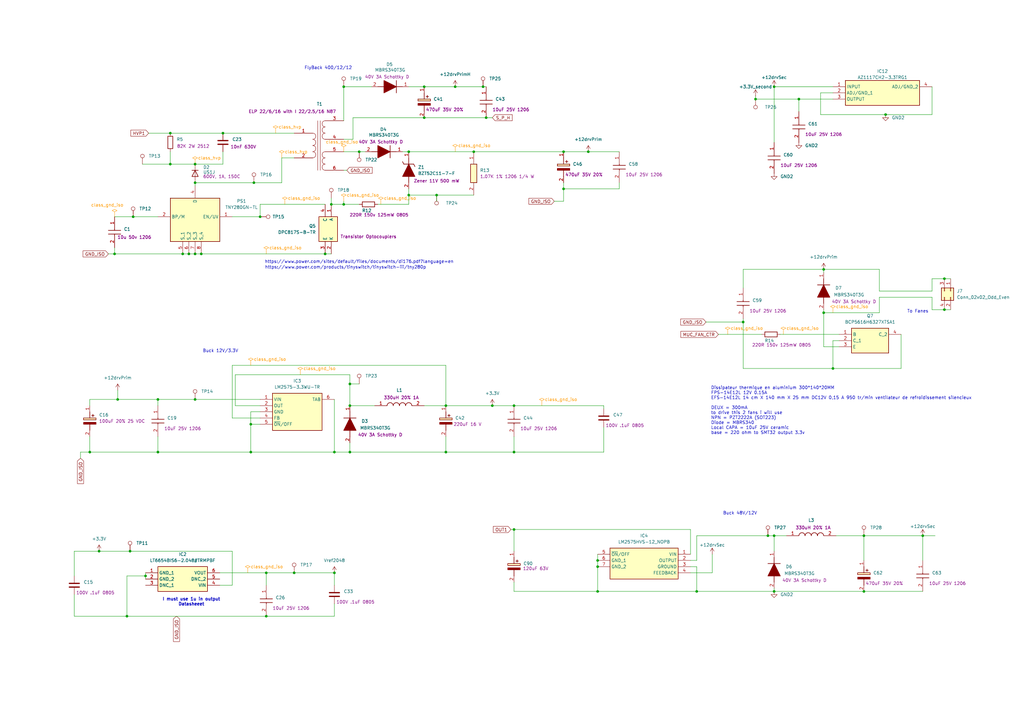
<source format=kicad_sch>
(kicad_sch (version 20250114) (generator "eeschema") (generator_version "9.0")
  (paper "A3")
  (text "Buck 12V/3.3V" (at 90.424 144.018 0) (effects (font (size 1.27 1.27))))
  (text "To Fanes\n" (at 376.428 127.762 0) (effects (font (size 1.27 1.27))))
  (text "Buck 48V/12V" (at 303.53 210.566 0) (effects (font (size 1.27 1.27))))
  (text "https://www.power.com/sites/default/files/documents/di176.pdf?language=en" (at 147.32 107.442 0) (effects (font (size 1.27 1.27))))
  (text "Dissipateur thermique en aluminium 300*140*20MM\nFPS-14E12L 12V 0.15A \nEFS-14E12L 14 cm X 140 mm X 25 mm DC12V 0,15 A 950 tr/min ventilateur de refroidissement silencieux\n\nDEUX = 300mA \nto drive this 2 fans i will use \nNPN = PZT2222A (SOT223)\nDiode = MBRS340\nLocal CAPA = 10uF 25V ceramic \nbase = 220 ohm to SMT32 output 3.3v " (at 291.592 168.402 0) (effects (font (size 1.27 1.27)) (justify left)))
  (text "I must use 1u in output\nDatasheeet\n" (at 78.486 246.888 0) (effects (font (size 1.27 1.27) (thickness 0.254) (bold yes))))
  (text "https://www.power.com/products/tinyswitch/tinyswitch-iii/tny280p" (at 141.732 109.728 0) (effects (font (size 1.27 1.27))))
  (text "FlyBack 400/12/12" (at 134.62 27.94 0) (effects (font (size 1.27 1.27))))
  (junction (at 102.87 173.99))
  (junction (at 109.22 234.95))
  (junction (at 80.01 104.14))
  (junction (at 54.61 88.9))
  (junction (at 173.99 35.56))
  (junction (at 378.46 219.71))
  (junction (at 137.16 185.42))
  (junction (at 387.35 127))
  (junction (at 82.55 104.14))
  (junction (at 231.14 62.23))
  (junction (at 40.64 226.06))
  (junction (at 314.96 219.71))
  (junction (at 245.11 232.41))
  (junction (at 69.85 67.31))
  (junction (at 133.35 104.14))
  (junction (at 317.5 35.56))
  (junction (at 106.68 88.9))
  (junction (at 341.63 151.13))
  (junction (at 210.82 185.42))
  (junction (at 48.26 163.83))
  (junction (at 135.89 83.82))
  (junction (at 317.5 219.71))
  (junction (at 186.69 35.56))
  (junction (at 147.32 62.23))
  (junction (at 59.69 236.22))
  (junction (at 363.22 46.99))
  (junction (at 245.11 242.57))
  (junction (at 143.51 166.37))
  (junction (at 210.82 166.37))
  (junction (at 167.64 80.01))
  (junction (at 241.3 62.23))
  (junction (at 80.01 74.93))
  (junction (at 80.01 163.83))
  (junction (at 194.31 62.23))
  (junction (at 179.07 80.01))
  (junction (at 199.39 48.26))
  (junction (at 143.51 185.42))
  (junction (at 337.82 110.49))
  (junction (at 182.88 185.42))
  (junction (at 77.47 104.14))
  (junction (at 137.16 234.95))
  (junction (at 210.82 217.17))
  (junction (at 52.07 252.73))
  (junction (at 104.14 74.93))
  (junction (at 201.93 166.37))
  (junction (at 354.33 219.71))
  (junction (at 91.44 54.61))
  (junction (at 387.35 114.3))
  (junction (at 317.5 242.57))
  (junction (at 102.87 185.42))
  (junction (at 74.93 104.14))
  (junction (at 231.14 77.47))
  (junction (at 327.66 40.64))
  (junction (at 182.88 166.37))
  (junction (at 64.77 163.83))
  (junction (at 80.01 67.31))
  (junction (at 109.22 252.73))
  (junction (at 167.64 62.23))
  (junction (at 120.65 234.95))
  (junction (at 198.12 35.56))
  (junction (at 245.11 229.87))
  (junction (at 337.82 128.27))
  (junction (at 46.99 104.14))
  (junction (at 309.88 40.64))
  (junction (at 36.83 185.42))
  (junction (at 143.51 157.48))
  (junction (at 140.97 35.56))
  (junction (at 304.8 132.08))
  (junction (at 173.99 48.26))
  (junction (at 53.34 226.06))
  (junction (at 64.77 185.42))
  (junction (at 285.75 242.57))
  (junction (at 69.85 54.61))
  (junction (at 354.33 242.57))
  (junction (at 140.97 83.82))
  (wire (pts (xy 317.5 219.71) (xy 317.5 226.06)))
  (wire (pts (xy 147.32 62.23) (xy 149.86 62.23)))
  (wire (pts (xy 167.64 80.01) (xy 167.64 77.47)))
  (wire (pts (xy 304.8 132.08) (xy 289.56 132.08)))
  (wire (pts (xy 59.69 236.22) (xy 59.69 237.49)))
  (wire (pts (xy 254 77.47) (xy 231.14 77.47)))
  (wire (pts (xy 64.77 185.42) (xy 64.77 179.07)))
  (wire (pts (xy 102.87 168.91) (xy 106.68 168.91)))
  (wire (pts (xy 209.55 217.17) (xy 210.82 217.17)))
  (wire (pts (xy 30.48 243.84) (xy 30.48 252.73)))
  (wire (pts (xy 91.44 62.23) (xy 91.44 67.31)))
  (wire (pts (xy 36.83 163.83) (xy 48.26 163.83)))
  (wire (pts (xy 96.52 153.67) (xy 143.51 153.67)))
  (wire (pts (xy 179.07 80.01) (xy 167.64 80.01)))
  (wire (pts (xy 64.77 163.83) (xy 64.77 166.37)))
  (wire (pts (xy 91.44 54.61) (xy 120.65 54.61)))
  (wire (pts (xy 304.8 130.81) (xy 304.8 132.08)))
  (wire (pts (xy 30.48 226.06) (xy 30.48 236.22)))
  (wire (pts (xy 389.89 114.3) (xy 387.35 114.3)))
  (wire (pts (xy 179.07 80.01) (xy 194.31 80.01)))
  (wire (pts (xy 210.82 185.42) (xy 210.82 179.07)))
  (wire (pts (xy 285.75 229.87) (xy 283.21 229.87)))
  (wire (pts (xy 60.96 54.61) (xy 69.85 54.61)))
  (wire (pts (xy 144.78 57.15) (xy 144.78 48.26)))
  (wire (pts (xy 360.68 121.92) (xy 382.27 121.92)))
  (wire (pts (xy 95.25 240.03) (xy 95.25 226.06)))
  (wire (pts (xy 382.27 121.92) (xy 382.27 127)))
  (wire (pts (xy 382.27 127) (xy 387.35 127)))
  (wire (pts (xy 143.51 181.61) (xy 143.51 185.42)))
  (wire (pts (xy 317.5 242.57) (xy 354.33 242.57)))
  (wire (pts (xy 210.82 166.37) (xy 247.65 166.37)))
  (wire (pts (xy 254 74.93) (xy 254 77.47)))
  (wire (pts (xy 210.82 217.17) (xy 283.21 217.17)))
  (wire (pts (xy 140.97 35.56) (xy 152.4 35.56)))
  (wire (pts (xy 154.94 83.82) (xy 167.64 83.82)))
  (wire (pts (xy 354.33 242.57) (xy 378.46 242.57)))
  (wire (pts (xy 285.75 232.41) (xy 285.75 242.57)))
  (wire (pts (xy 245.11 232.41) (xy 245.11 242.57)))
  (wire (pts (xy 102.87 173.99) (xy 102.87 185.42)))
  (wire (pts (xy 36.83 185.42) (xy 64.77 185.42)))
  (wire (pts (xy 90.17 240.03) (xy 95.25 240.03)))
  (wire (pts (xy 133.35 104.14) (xy 135.89 104.14)))
  (wire (pts (xy 179.07 82.55) (xy 179.07 80.01)))
  (wire (pts (xy 336.55 38.1) (xy 341.63 38.1)))
  (wire (pts (xy 106.68 83.82) (xy 106.68 88.9)))
  (wire (pts (xy 231.14 62.23) (xy 241.3 62.23)))
  (wire (pts (xy 304.8 110.49) (xy 304.8 118.11)))
  (wire (pts (xy 285.75 229.87) (xy 285.75 219.71)))
  (wire (pts (xy 64.77 88.9) (xy 54.61 88.9)))
  (wire (pts (xy 304.8 151.13) (xy 341.63 151.13)))
  (wire (pts (xy 143.51 153.67) (xy 143.51 157.48)))
  (wire (pts (xy 135.89 83.82) (xy 140.97 83.82)))
  (wire (pts (xy 210.82 185.42) (xy 247.65 185.42)))
  (wire (pts (xy 52.07 252.73) (xy 109.22 252.73)))
  (wire (pts (xy 167.64 80.01) (xy 167.64 83.82)))
  (wire (pts (xy 46.99 101.6) (xy 46.99 104.14)))
  (wire (pts (xy 304.8 110.49) (xy 337.82 110.49)))
  (wire (pts (xy 115.57 64.77) (xy 120.65 64.77)))
  (wire (pts (xy 80.01 74.93) (xy 80.01 76.2)))
  (wire (pts (xy 182.88 185.42) (xy 182.88 179.07)))
  (wire (pts (xy 283.21 217.17) (xy 283.21 227.33)))
  (wire (pts (xy 231.14 82.55) (xy 231.14 77.47)))
  (wire (pts (xy 95.25 171.45) (xy 106.68 171.45)))
  (wire (pts (xy 106.68 166.37) (xy 96.52 166.37)))
  (wire (pts (xy 341.63 151.13) (xy 369.57 151.13)))
  (wire (pts (xy 33.02 185.42) (xy 36.83 185.42)))
  (wire (pts (xy 69.85 67.31) (xy 69.85 62.23)))
  (wire (pts (xy 360.68 128.27) (xy 360.68 121.92)))
  (wire (pts (xy 245.11 229.87) (xy 245.11 232.41)))
  (wire (pts (xy 283.21 234.95) (xy 292.1 234.95)))
  (wire (pts (xy 96.52 166.37) (xy 96.52 153.67)))
  (wire (pts (xy 309.88 40.64) (xy 327.66 40.64)))
  (wire (pts (xy 360.68 119.38) (xy 382.27 119.38)))
  (wire (pts (xy 337.82 142.24) (xy 344.17 142.24)))
  (wire (pts (xy 69.85 67.31) (xy 80.01 67.31)))
  (wire (pts (xy 74.93 104.14) (xy 77.47 104.14)))
  (wire (pts (xy 167.64 35.56) (xy 173.99 35.56)))
  (wire (pts (xy 317.5 35.56) (xy 317.5 58.42)))
  (wire (pts (xy 342.9 219.71) (xy 354.33 219.71)))
  (wire (pts (xy 360.68 110.49) (xy 360.68 119.38)))
  (wire (pts (xy 77.47 104.14) (xy 80.01 104.14)))
  (wire (pts (xy 173.99 48.26) (xy 199.39 48.26)))
  (wire (pts (xy 294.64 137.16) (xy 312.42 137.16)))
  (wire (pts (xy 106.68 83.82) (xy 133.35 83.82)))
  (wire (pts (xy 48.26 160.02) (xy 48.26 163.83)))
  (wire (pts (xy 109.22 234.95) (xy 120.65 234.95)))
  (wire (pts (xy 64.77 185.42) (xy 102.87 185.42)))
  (wire (pts (xy 247.65 167.64) (xy 247.65 166.37)))
  (wire (pts (xy 186.69 35.56) (xy 198.12 35.56)))
  (wire (pts (xy 140.97 35.56) (xy 140.97 49.53)))
  (wire (pts (xy 378.46 219.71) (xy 378.46 229.87)))
  (wire (pts (xy 354.33 219.71) (xy 354.33 229.87)))
  (wire (pts (xy 201.93 166.37) (xy 210.82 166.37)))
  (wire (pts (xy 104.14 74.93) (xy 115.57 74.93)))
  (wire (pts (xy 140.97 57.15) (xy 144.78 57.15)))
  (wire (pts (xy 115.57 64.77) (xy 115.57 74.93)))
  (wire (pts (xy 137.16 185.42) (xy 143.51 185.42)))
  (wire (pts (xy 140.97 82.55) (xy 140.97 83.82)))
  (wire (pts (xy 182.88 149.86) (xy 182.88 166.37)))
  (wire (pts (xy 337.82 128.27) (xy 337.82 142.24)))
  (wire (pts (xy 182.88 185.42) (xy 210.82 185.42)))
  (wire (pts (xy 143.51 157.48) (xy 143.51 166.37)))
  (wire (pts (xy 102.87 185.42) (xy 137.16 185.42)))
  (wire (pts (xy 142.24 69.85) (xy 140.97 69.85)))
  (wire (pts (xy 137.16 163.83) (xy 137.16 185.42)))
  (wire (pts (xy 241.3 62.23) (xy 254 62.23)))
  (wire (pts (xy 54.61 88.9) (xy 46.99 88.9)))
  (wire (pts (xy 102.87 168.91) (xy 102.87 173.99)))
  (wire (pts (xy 95.25 149.86) (xy 182.88 149.86)))
  (wire (pts (xy 363.22 46.99) (xy 336.55 46.99)))
  (wire (pts (xy 314.96 219.71) (xy 317.5 219.71)))
  (wire (pts (xy 320.04 137.16) (xy 344.17 137.16)))
  (wire (pts (xy 36.83 185.42) (xy 36.83 179.07)))
  (wire (pts (xy 317.5 35.56) (xy 341.63 35.56)))
  (wire (pts (xy 245.11 242.57) (xy 285.75 242.57)))
  (wire (pts (xy 317.5 219.71) (xy 322.58 219.71)))
  (wire (pts (xy 90.17 234.95) (xy 109.22 234.95)))
  (wire (pts (xy 337.82 110.49) (xy 360.68 110.49)))
  (wire (pts (xy 382.27 114.3) (xy 382.27 119.38)))
  (wire (pts (xy 53.34 226.06) (xy 95.25 226.06)))
  (wire (pts (xy 143.51 157.48) (xy 147.32 157.48)))
  (wire (pts (xy 165.1 62.23) (xy 167.64 62.23)))
  (wire (pts (xy 285.75 219.71) (xy 314.96 219.71)))
  (wire (pts (xy 247.65 175.26) (xy 247.65 185.42)))
  (wire (pts (xy 58.42 67.31) (xy 69.85 67.31)))
  (wire (pts (xy 337.82 110.49) (xy 337.82 111.76)))
  (wire (pts (xy 80.01 67.31) (xy 91.44 67.31)))
  (wire (pts (xy 30.48 226.06) (xy 40.64 226.06)))
  (wire (pts (xy 317.5 241.3) (xy 317.5 242.57)))
  (wire (pts (xy 69.85 54.61) (xy 91.44 54.61)))
  (wire (pts (xy 198.12 35.56) (xy 199.39 35.56)))
  (wire (pts (xy 231.14 77.47) (xy 231.14 74.93)))
  (wire (pts (xy 369.57 137.16) (xy 369.57 151.13)))
  (wire (pts (xy 120.65 234.95) (xy 137.16 234.95)))
  (wire (pts (xy 327.66 40.64) (xy 327.66 45.72)))
  (wire (pts (xy 135.89 81.28) (xy 135.89 83.82)))
  (wire (pts (xy 52.07 236.22) (xy 52.07 252.73)))
  (wire (pts (xy 173.99 166.37) (xy 182.88 166.37)))
  (wire (pts (xy 80.01 74.93) (xy 104.14 74.93)))
  (wire (pts (xy 327.66 40.64) (xy 341.63 40.64)))
  (wire (pts (xy 210.82 217.17) (xy 210.82 226.06)))
  (wire (pts (xy 378.46 219.71) (xy 383.54 219.71)))
  (wire (pts (xy 285.75 242.57) (xy 317.5 242.57)))
  (wire (pts (xy 382.27 35.56) (xy 382.27 46.99)))
  (wire (pts (xy 245.11 227.33) (xy 245.11 229.87)))
  (wire (pts (xy 82.55 104.14) (xy 133.35 104.14)))
  (wire (pts (xy 227.33 82.55) (xy 231.14 82.55)))
  (wire (pts (xy 341.63 139.7) (xy 341.63 151.13)))
  (wire (pts (xy 109.22 252.73) (xy 137.16 252.73)))
  (wire (pts (xy 137.16 247.65) (xy 137.16 252.73)))
  (wire (pts (xy 292.1 227.33) (xy 292.1 234.95)))
  (wire (pts (xy 140.97 83.82) (xy 147.32 83.82)))
  (wire (pts (xy 336.55 46.99) (xy 336.55 38.1)))
  (wire (pts (xy 387.35 114.3) (xy 382.27 114.3)))
  (wire (pts (xy 337.82 127) (xy 337.82 128.27)))
  (wire (pts (xy 109.22 234.95) (xy 109.22 240.03)))
  (wire (pts (xy 80.01 163.83) (xy 64.77 163.83)))
  (wire (pts (xy 36.83 163.83) (xy 36.83 166.37)))
  (wire (pts (xy 33.02 187.96) (xy 33.02 185.42)))
  (wire (pts (xy 48.26 163.83) (xy 64.77 163.83)))
  (wire (pts (xy 106.68 163.83) (xy 80.01 163.83)))
  (wire (pts (xy 44.45 104.14) (xy 46.99 104.14)))
  (wire (pts (xy 210.82 242.57) (xy 245.11 242.57)))
  (wire (pts (xy 80.01 104.14) (xy 82.55 104.14)))
  (wire (pts (xy 30.48 252.73) (xy 52.07 252.73)))
  (wire (pts (xy 173.99 35.56) (xy 186.69 35.56)))
  (wire (pts (xy 106.68 88.9) (xy 95.25 88.9)))
  (wire (pts (xy 354.33 219.71) (xy 378.46 219.71)))
  (wire (pts (xy 210.82 238.76) (xy 210.82 242.57)))
  (wire (pts (xy 144.78 48.26) (xy 173.99 48.26)))
  (wire (pts (xy 283.21 232.41) (xy 285.75 232.41)))
  (wire (pts (xy 182.88 166.37) (xy 201.93 166.37)))
  (wire (pts (xy 95.25 149.86) (xy 95.25 171.45)))
  (wire (pts (xy 304.8 132.08) (xy 304.8 151.13)))
  (wire (pts (xy 46.99 104.14) (xy 74.93 104.14)))
  (wire (pts (xy 309.88 40.64) (xy 309.88 39.37)))
  (wire (pts (xy 143.51 166.37) (xy 153.67 166.37)))
  (wire (pts (xy 341.63 139.7) (xy 344.17 139.7)))
  (wire (pts (xy 194.31 62.23) (xy 231.14 62.23)))
  (wire (pts (xy 382.27 46.99) (xy 363.22 46.99)))
  (wire (pts (xy 59.69 236.22) (xy 52.07 236.22)))
  (wire (pts (xy 199.39 48.26) (xy 201.93 48.26)))
  (wire (pts (xy 137.16 234.95) (xy 137.16 240.03)))
  (wire (pts (xy 337.82 128.27) (xy 360.68 128.27)))
  (wire (pts (xy 387.35 127) (xy 389.89 127)))
  (wire (pts (xy 59.69 234.95) (xy 59.69 236.22)))
  (wire (pts (xy 102.87 173.99) (xy 106.68 173.99)))
  (wire (pts (xy 40.64 226.06) (xy 53.34 226.06)))
  (wire (pts (xy 140.97 62.23) (xy 147.32 62.23)))
  (wire (pts (xy 167.64 62.23) (xy 194.31 62.23)))
  (wire (pts (xy 143.51 185.42) (xy 182.88 185.42)))
  (global_label "OUT1" (shape input) (at 209.55 217.17 180) (property "Intersheetrefs" "${INTERSHEET_REFS}" (effects (hide yes))))
  (global_label "HVP1" (shape input) (at 60.96 54.61 180) (property "Intersheetrefs" "${INTERSHEET_REFS}" (effects (hide yes))))
  (global_label "MUC_FAN_CTR" (shape input) (at 294.64 137.16 180) (property "Intersheetrefs" "${INTERSHEET_REFS}" (effects (hide yes))))
  (global_label "GND_ISO" (shape input) (at 289.56 132.08 180) (property "Intersheetrefs" "${INTERSHEET_REFS}" (effects (hide yes))))
  (global_label "GND_ISO" (shape input) (at 33.02 187.96 270) (property "Intersheetrefs" "${INTERSHEET_REFS}" (effects (hide yes))))
  (global_label "GND_ISO" (shape input) (at 227.33 82.55 180) (property "Intersheetrefs" "${INTERSHEET_REFS}" (effects (hide yes))))
  (global_label "GND_ISO" (shape input) (at 72.39 252.73 270) (property "Intersheetrefs" "${INTERSHEET_REFS}" (effects (hide yes))))
  (global_label "S_P_H" (shape input) (at 201.93 48.26 0) (property "Intersheetrefs" "${INTERSHEET_REFS}" (effects (hide yes))))
  (global_label "GND_ISO" (shape input) (at 44.45 104.14 180) (property "Intersheetrefs" "${INTERSHEET_REFS}" (effects (hide yes))))
  (global_label "GND_ISO" (shape input) (at 142.24 69.85 0) (property "Intersheetrefs" "${INTERSHEET_REFS}" (effects (hide yes))))
  (netclass_flag "" (length 2.54) (shape diamond) (at 109.22 104.14 0) (property "Netclass" "class_gnd_iso" (at 110.4265 101.6 0) (effects (justify left))))
  (netclass_flag "" (length 2.54) (shape diamond) (at 298.45 137.16 0) (property "Netclass" "class_gnd_iso" (at 299.6565 134.62 0) (effects (justify left))))
  (netclass_flag "" (length 2.54) (shape diamond) (at 113.03 54.61 0) (property "Netclass" "class_hvp" (at 114.2365 52.07 0) (effects (justify left))))
  (netclass_flag "" (length 2.54) (shape diamond) (at 123.19 153.67 0) (property "Netclass" "class_gnd_iso" (at 124.3965 151.13 0) (effects (justify left))))
  (netclass_flag "" (length 2.54) (shape diamond) (at 102.87 149.86 0) (property "Netclass" "class_gnd_iso" (at 104.0765 147.32 0) (effects (justify left))))
  (netclass_flag "" (length 2.54) (shape diamond) (at 222.25 166.37 0) (property "Netclass" "class_gnd_iso" (at 223.4565 163.83 0) (effects (justify left))))
  (netclass_flag "" (length 2.54) (shape diamond) (at 140.97 82.55 0) (property "Netclass" "class_gnd_iso" (at 142.1765 80.01 0) (effects (justify left))))
  (netclass_flag "" (length 2.54) (shape diamond) (at 80.01 67.31 0) (property "Netclass" "class_hvp" (at 81.2165 64.77 0) (effects (justify left))))
  (netclass_flag "" (length 2.54) (shape diamond) (at 156.21 83.82 0) (property "Netclass" "class_gnd_iso" (at 157.4165 81.28 0) (effects (justify left))))
  (netclass_flag "" (length 2.54) (shape diamond) (at 341.63 128.27 0) (property "Netclass" "class_gnd_iso" (at 342.8365 125.73 0) (effects (justify left))))
  (netclass_flag "" (length 2.54) (shape diamond) (at 321.31 137.16 0) (property "Netclass" "class_gnd_iso" (at 322.5165 134.62 0) (effects (justify left))))
  (netclass_flag "" (length 2.54) (shape diamond) (at 101.6 234.95 0) (property "Netclass" "class_gnd_iso" (at 102.8065 232.41 0) (effects (justify left))))
  (netclass_flag "" (length 2.54) (shape diamond) (at 46.99 88.9 0) (property "Netclass" "class_gnd_iso" (at 37.338 84.074 0) (effects (justify left))))
  (netclass_flag "" (length 2.54) (shape diamond) (at 186.69 62.23 0) (property "Netclass" "class_gnd_iso" (at 187.8965 59.69 0) (effects (justify left))))
  (netclass_flag "" (length 2.54) (shape diamond) (at 116.84 83.82 0) (property "Netclass" "class_gnd_iso" (at 118.0465 81.28 0) (effects (justify left))))
  (netclass_flag "" (length 2.54) (shape diamond) (at 140.97 62.23 0) (property "Netclass" "class_gnd_iso" (at 133.604 58.166 0) (effects (justify left))))
  (netclass_flag "" (length 2.54) (shape diamond) (at 115.57 64.77 0) (property "Netclass" "class_hvp" (at 116.7765 62.23 0) (effects (justify left))))
  (symbol (lib_id "GRM31CR71E106KA12K:GRM31CR71E106KA12K") (at 109.22 240.03 270) (unit 1)
    (property "Reference" "C26" (at 113.03 245.1099 90) (effects (justify left)))
    (property "Value" "GRM31CR71E106KA12K" (effects (hide yes)))
    (property "Footprint" "GRM31CR71E106KA12K:GRM31x" (effects (hide yes)))
    (property "Datasheet" "https://search.murata.co.jp/Ceramy/image/img/A01X/G101/ENG/GRM31CR71E106KA12-01CA.pdf" (effects (hide yes)))
    (property "Description" "10uF 25V 1206" (at 119.38 249.428 90))
    (property "Height" "1.25" (effects (hide yes)))
    (property "Mouser Part Number" "81-GRM31CR71E106KA2K" (effects (hide yes)))
    (property "Mouser Price/Stock" "https://www.mouser.co.uk/ProductDetail/Murata-Electronics/GRM31CR71E106KA12K?qs=raY79WRVTyM6xGVExNjdaw%3D%3D" (effects (hide yes)))
    (property "Manufacturer_Name" "Murata Electronics" (effects (hide yes)))
    (property "Manufacturer_Part_Number" "GRM31CR71E106KA12K" (effects (hide yes)))
  )
  (symbol (lib_id "power:GND2") (at 317.5 242.57 0) (unit 1)
    (property "Reference" "#PWR030" (effects (hide yes)))
    (property "Value" "GND2" (at 320.04 243.8399 0) (effects (justify left)))
    (property "Description" "Power symbol creates a global label with name \"GND2\" , ground" (effects (hide yes)))
  )
  (symbol (lib_id "Connector:TestPoint") (at 53.34 226.06 0) (unit 1)
    (property "Reference" "TP11" (at 55.88 222.7579 0) (effects (justify left)))
    (property "Value" "TestPoint" (effects (hide yes)))
    (property "Footprint" "TestPoint:TestPoint_Pad_D1.0mm" (effects (hide yes)))
    (property "Description" "test point" (effects (hide yes)))
  )
  (symbol (lib_id "AZ1117CH2-3_3TRG1:AZ1117CH2-3.3TRG1") (at 341.63 35.56 0) (unit 1)
    (property "Reference" "IC12" (at 361.95 29.21 0))
    (property "Value" "AZ1117CH2-3.3TRG1" (at 361.95 31.75 0))
    (property "Footprint" "SOT230P700X180-4N" (effects (hide yes)))
    (property "Datasheet" "https://www.diodes.com//assets/Datasheets/AZ1117C.pdf" (effects (hide yes)))
    (property "Description" "LDO Voltage Regulators LDO BJT HiCurr SOT223 T&R 4K" (effects (hide yes)))
    (property "Height" "1.8" (effects (hide yes)))
    (property "Mouser Part Number" "621-AZ1117CH2-33TRG1" (effects (hide yes)))
    (property "Mouser Price/Stock" "https://www.mouser.co.uk/ProductDetail/Diodes-Incorporated/AZ1117CH2-3.3TRG1?qs=lQAVKuKFhkLc7jCxso2G3w%3D%3D" (effects (hide yes)))
    (property "Manufacturer_Name" "Diodes Incorporated" (effects (hide yes)))
    (property "Manufacturer_Part_Number" "AZ1117CH2-3.3TRG1" (effects (hide yes)))
  )
  (symbol (lib_id "LT6654BIS6-2_048#TRMPBF:LT6654BIS6-2.048#TRMPBF") (at 59.69 234.95 0) (unit 1)
    (property "Reference" "IC2" (at 74.93 227.33 0))
    (property "Value" "LT6654BIS6-2.048#TRMPBF" (at 74.93 229.87 0))
    (property "Footprint" "LT6654BIS6-2.048#TRMPBF:SOT95P280X100-6N" (effects (hide yes)))
    (property "Datasheet" "https://www.analog.com/media/en/technical-documentation/data-sheets/lt6654.pdf" (effects (hide yes)))
    (property "Description" "Voltage Reference, 2.048V reference, 0.1 %, +/- 10ppm/C, TSOT-23-6" (effects (hide yes)))
    (property "Height" "1" (effects (hide yes)))
    (property "Mouser Part Number" "584-6654BIS62048TMPB" (effects (hide yes)))
    (property "Manufacturer_Name" "Analog Devices" (effects (hide yes)))
  )
  (symbol (lib_id "power:+5V") (at 201.93 166.37 0) (unit 1)
    (property "Reference" "#PWR019" (effects (hide yes)))
    (property "Value" "+3.3V" (at 201.93 161.29 0))
    (property "Description" "Power symbol creates a global label with name \"+5V\"" (effects (hide yes)))
  )
  (symbol (lib_id "BZT52C11-7-F:BZT52C11-7-F") (at 167.64 62.23 270) (unit 1)
    (property "Reference" "Z1" (at 171.45 68.5799 90) (effects (justify left)))
    (property "Value" "BZT52C11-7-F" (at 171.45 71.1199 90) (effects (justify left)))
    (property "Footprint" "BZT52C11-7-F:SOD3716X145N" (effects (hide yes)))
    (property "Datasheet" "https://www.diodes.com//assets/Datasheets/ds18004.pdf" (effects (hide yes)))
    (property "Description" "Zener 11V 500 mW" (at 179.07 74.168 90))
    (property "Height" "1.45" (effects (hide yes)))
    (property "Mouser Part Number" "621-BZT52C11-F" (effects (hide yes)))
    (property "Mouser Price/Stock" "https://www.mouser.co.uk/ProductDetail/Diodes-Incorporated/BZT52C11-7-F?qs=NCeJV9s1cFlH%2FmA72UzX4g%3D%3D" (effects (hide yes)))
    (property "Manufacturer_Name" "Diodes Incorporated" (effects (hide yes)))
    (property "Manufacturer_Part_Number" "BZT52C11-7-F" (effects (hide yes)))
  )
  (symbol (lib_id "GRM31CR71E106KA12K:GRM31CR71E106KA12K") (at 199.39 35.56 270) (unit 1)
    (property "Reference" "C43" (at 203.2 40.6399 90) (effects (justify left)))
    (property "Value" "GRM31CR71E106KA12K" (effects (hide yes)))
    (property "Footprint" "GRM31CR71E106KA12K:GRM31x" (effects (hide yes)))
    (property "Datasheet" "https://search.murata.co.jp/Ceramy/image/img/A01X/G101/ENG/GRM31CR71E106KA12-01CA.pdf" (effects (hide yes)))
    (property "Description" "10uF 25V 1206" (at 209.55 44.958 90))
    (property "Height" "1.25" (effects (hide yes)))
    (property "Mouser Part Number" "81-GRM31CR71E106KA2K" (effects (hide yes)))
    (property "Mouser Price/Stock" "https://www.mouser.co.uk/ProductDetail/Murata-Electronics/GRM31CR71E106KA12K?qs=raY79WRVTyM6xGVExNjdaw%3D%3D" (effects (hide yes)))
    (property "Manufacturer_Name" "Murata Electronics" (effects (hide yes)))
    (property "Manufacturer_Part_Number" "GRM31CR71E106KA12K" (effects (hide yes)))
  )
  (symbol (lib_id "Connector:TestPoint") (at 147.32 62.23 0) (mirror x) (unit 1)
    (property "Reference" "TP22" (at 149.86 65.5321 0) (effects (justify left)))
    (property "Value" "TestPoint" (effects (hide yes)))
    (property "Footprint" "TestPoint:TestPoint_Pad_D1.0mm" (effects (hide yes)))
    (property "Description" "test point" (effects (hide yes)))
  )
  (symbol (lib_id "GRM31CR71E106KA12K:GRM31CR71E106KA12K") (at 317.5 58.42 270) (unit 1)
    (property "Reference" "C60" (at 321.31 63.4999 90) (effects (justify left)))
    (property "Value" "GRM31CR71E106KA12K" (effects (hide yes)))
    (property "Footprint" "GRM31CR71E106KA12K:GRM31x" (effects (hide yes)))
    (property "Datasheet" "https://search.murata.co.jp/Ceramy/image/img/A01X/G101/ENG/GRM31CR71E106KA12-01CA.pdf" (effects (hide yes)))
    (property "Description" "10uF 25V 1206" (at 327.66 67.818 90))
    (property "Height" "1.25" (effects (hide yes)))
    (property "Mouser Part Number" "81-GRM31CR71E106KA2K" (effects (hide yes)))
    (property "Mouser Price/Stock" "https://www.mouser.co.uk/ProductDetail/Murata-Electronics/GRM31CR71E106KA12K?qs=raY79WRVTyM6xGVExNjdaw%3D%3D" (effects (hide yes)))
    (property "Manufacturer_Name" "Murata Electronics" (effects (hide yes)))
    (property "Manufacturer_Part_Number" "GRM31CR71E106KA12K" (effects (hide yes)))
  )
  (symbol (lib_id "GRM31CR71E106KA12K:GRM31CR71E106KA12K") (at 327.66 45.72 270) (unit 1)
    (property "Reference" "C61" (at 331.47 50.7999 90) (effects (justify left)))
    (property "Value" "GRM31CR71E106KA12K" (effects (hide yes)))
    (property "Footprint" "GRM31CR71E106KA12K:GRM31x" (effects (hide yes)))
    (property "Datasheet" "https://search.murata.co.jp/Ceramy/image/img/A01X/G101/ENG/GRM31CR71E106KA12-01CA.pdf" (effects (hide yes)))
    (property "Description" "10uF 25V 1206" (at 337.82 55.118 90))
    (property "Height" "1.25" (effects (hide yes)))
    (property "Mouser Part Number" "81-GRM31CR71E106KA2K" (effects (hide yes)))
    (property "Mouser Price/Stock" "https://www.mouser.co.uk/ProductDetail/Murata-Electronics/GRM31CR71E106KA12K?qs=raY79WRVTyM6xGVExNjdaw%3D%3D" (effects (hide yes)))
    (property "Manufacturer_Name" "Murata Electronics" (effects (hide yes)))
    (property "Manufacturer_Part_Number" "GRM31CR71E106KA12K" (effects (hide yes)))
  )
  (symbol (lib_id "EEV-FK1V471Q:EEV-FK1V471Q") (at 173.99 35.56 270) (unit 1)
    (property "Reference" "C41" (at 177.8 40.6399 90) (effects (justify left)))
    (property "Value" "EEV-FK1V471Q" (effects (hide yes)))
    (property "Footprint" "EEV-FK1V471Q:EEEFK0J332AQ" (effects (hide yes)))
    (property "Datasheet" "http://industrial.panasonic.com/cdbs/www-data/pdf/RDE0000/ABA0000C1181.pdf" (effects (hide yes)))
    (property "Description" "470uF 35V 20%" (at 182.372 44.958 90))
    (property "Height" "15" (effects (hide yes)))
    (property "Mouser Part Number" "667-EEV-FK1V471Q" (effects (hide yes)))
    (property "Mouser Price/Stock" "https://www.mouser.co.uk/ProductDetail/Panasonic/EEV-FK1V471Q?qs=f%252BPvLx1Hi0nmPvz1q5bc1Q%3D%3D" (effects (hide yes)))
    (property "Manufacturer_Name" "Panasonic" (effects (hide yes)))
    (property "Manufacturer_Part_Number" "EEV-FK1V471Q" (effects (hide yes)))
    (property "Field10" "Cap Aluminum Lytic 470uF 35V 20% (12.5 X 13.5mm) SMD 0.06 Ohm 1100mA 2000h 105C Automotive T/R" (effects (hide yes)))
  )
  (symbol (lib_id "MBRS340T3G:MBRS340T3G") (at 337.82 111.76 90) (mirror x) (unit 1)
    (property "Reference" "D7" (at 343.916 118.11 90))
    (property "Value" "MBRS340T3G" (at 348.234 120.904 90))
    (property "Footprint" "MBRS340T3G:DIOM8059X261N" (effects (hide yes)))
    (property "Datasheet" "https://www.onsemi.com/pub/Collateral/MBRS340T3-D.PDF" (effects (hide yes)))
    (property "Description" "40V 3A Schottky D" (at 350.266 123.698 90))
    (property "Height" "2.61" (effects (hide yes)))
    (property "Mouser Part Number" "863-MBRS340T3G" (effects (hide yes)))
    (property "Mouser Price/Stock" "https://www.mouser.co.uk/ProductDetail/onsemi/MBRS340T3G?qs=3JMERSakeboCr3wxBgfY3w%3D%3D" (effects (hide yes)))
    (property "Manufacturer_Name" "onsemi" (effects (hide yes)))
    (property "Manufacturer_Part_Number" "MBRS340T3G" (effects (hide yes)))
  )
  (symbol (lib_id "Connector:TestPoint") (at 147.32 157.48 0) (unit 1)
    (property "Reference" "TP23" (at 149.86 154.1779 0) (effects (justify left)))
    (property "Value" "TestPoint" (effects (hide yes)))
    (property "Footprint" "TestPoint:TestPoint_Pad_D1.0mm" (effects (hide yes)))
    (property "Description" "test point" (effects (hide yes)))
  )
  (symbol (lib_id "power:+5V") (at 40.64 226.06 0) (unit 1)
    (property "Reference" "#PWR02" (effects (hide yes)))
    (property "Value" "+3.3V" (at 40.64 220.98 0))
    (property "Description" "Power symbol creates a global label with name \"+5V\"" (effects (hide yes)))
  )
  (symbol (lib_id "Connector_Generic:Conn_02x02_Odd_Even") (at 389.89 119.38 270) (unit 1)
    (property "Reference" "J7" (at 392.43 119.3799 90) (effects (justify left)))
    (property "Value" "Conn_02x02_Odd_Even" (at 392.43 121.9199 90) (effects (justify left)))
    (property "Footprint" "Connector_PinHeader_2.54mm:PinHeader_2x02_P2.54mm_Vertical_SMD" (effects (hide yes)))
    (property "Description" "Generic connector, double row, 02x02, odd/even pin numbering scheme (row 1 odd numbers, row 2 even numbers), script generated (kicad-library-utils/schlib/autogen/connector/)" (effects (hide yes)))
  )
  (symbol (lib_id "Connector:TestPoint") (at 104.14 74.93 0) (unit 1)
    (property "Reference" "TP16" (at 106.68 71.6279 0) (effects (justify left)))
    (property "Value" "TestPoint" (effects (hide yes)))
    (property "Footprint" "TestPoint:TestPoint_Pad_D1.0mm" (effects (hide yes)))
    (property "Description" "test point" (effects (hide yes)))
  )
  (symbol (lib_id "Device:R") (at 69.85 58.42 0) (unit 1)
    (property "Reference" "R5" (at 72.39 57.1499 0) (effects (justify left)))
    (property "Value" "9-2176070-5" (effects (hide yes)))
    (property "Footprint" "Resistor_SMD:R_2512_6332Metric" (effects (hide yes)))
    (property "Datasheet" "https://www.te.com/commerce/DocumentDelivery/DDEController?Action=srchrtrv&DocNm=2176070&DocType=Customer+Drawing&DocLang=English&PartCntxt=9-2176070-5&DocFormat=pdf" (effects (hide yes)))
    (property "Description" "82K 2W 2512" (at 79.248 59.944 0))
    (property "Mouser Part Number" "9-2176070-5" (effects (hide yes)))
    (property "Manufacturer_Name" "TE Connectivity / P&B" (effects (hide yes)))
    (property "Manufacturer_Part_Number " "571-9-2176070-5" (effects (hide yes)))
  )
  (symbol (lib_id "GRM31CR71E106KA12K:GRM31CR71E106KA12K") (at 210.82 166.37 270) (unit 1)
    (property "Reference" "C44" (at 214.63 171.4499 90) (effects (justify left)))
    (property "Value" "GRM31CR71E106KA12K" (effects (hide yes)))
    (property "Footprint" "GRM31CR71E106KA12K:GRM31x" (effects (hide yes)))
    (property "Datasheet" "https://search.murata.co.jp/Ceramy/image/img/A01X/G101/ENG/GRM31CR71E106KA12-01CA.pdf" (effects (hide yes)))
    (property "Description" "10uF 25V 1206" (at 220.98 175.768 90))
    (property "Height" "1.25" (effects (hide yes)))
    (property "Mouser Part Number" "81-GRM31CR71E106KA2K" (effects (hide yes)))
    (property "Mouser Price/Stock" "https://www.mouser.co.uk/ProductDetail/Murata-Electronics/GRM31CR71E106KA12K?qs=raY79WRVTyM6xGVExNjdaw%3D%3D" (effects (hide yes)))
    (property "Manufacturer_Name" "Murata Electronics" (effects (hide yes)))
    (property "Manufacturer_Part_Number" "GRM31CR71E106KA12K" (effects (hide yes)))
  )
  (symbol (lib_id "EEV-FK1V471Q:EEV-FK1V471Q") (at 354.33 229.87 270) (unit 1)
    (property "Reference" "C62" (at 358.14 234.9499 90) (effects (justify left)))
    (property "Value" "EEV-FK1V471Q" (effects (hide yes)))
    (property "Footprint" "EEV-FK1V471Q:EEEFK0J332AQ" (effects (hide yes)))
    (property "Datasheet" "http://industrial.panasonic.com/cdbs/www-data/pdf/RDE0000/ABA0000C1181.pdf" (effects (hide yes)))
    (property "Description" "470uF 35V 20%" (at 362.712 239.268 90))
    (property "Height" "15" (effects (hide yes)))
    (property "Mouser Part Number" "667-EEV-FK1V471Q" (effects (hide yes)))
    (property "Mouser Price/Stock" "https://www.mouser.co.uk/ProductDetail/Panasonic/EEV-FK1V471Q?qs=f%252BPvLx1Hi0nmPvz1q5bc1Q%3D%3D" (effects (hide yes)))
    (property "Manufacturer_Name" "Panasonic" (effects (hide yes)))
    (property "Manufacturer_Part_Number" "EEV-FK1V471Q" (effects (hide yes)))
    (property "Field10" "Cap Aluminum Lytic 470uF 35V 20% (12.5 X 13.5mm) SMD 0.06 Ohm 1100mA 2000h 105C Automotive T/R" (effects (hide yes)))
  )
  (symbol (lib_id "power:GND2") (at 363.22 46.99 0) (unit 1)
    (property "Reference" "#PWR038" (effects (hide yes)))
    (property "Value" "GND2" (at 365.76 48.2599 0) (effects (justify left)))
    (property "Description" "Power symbol creates a global label with name \"GND2\" , ground" (effects (hide yes)))
  )
  (symbol (lib_id "power:+12V") (at 48.26 160.02 0) (unit 1)
    (property "Reference" "#PWR04" (effects (hide yes)))
    (property "Value" "+12drvPrim" (at 48.26 154.94 0))
    (property "Description" "Power symbol creates a global label with name \"+12V\"" (effects (hide yes)))
  )
  (symbol (lib_id "power:+12V") (at 378.46 219.71 0) (unit 1)
    (property "Reference" "#PWR041" (effects (hide yes)))
    (property "Value" "+12drvSec" (at 378.46 215.9 0))
    (property "Description" "Power symbol creates a global label with name \"+12V\"" (effects (hide yes)))
  )
  (symbol (lib_id "power:+12V") (at 292.1 227.33 0) (unit 1)
    (property "Reference" "#PWR022" (effects (hide yes)))
    (property "Value" "+12drvSec" (at 292.1 223.52 0))
    (property "Description" "Power symbol creates a global label with name \"+12V\"" (effects (hide yes)))
  )
  (symbol (lib_id "power:GND2") (at 317.5 71.12 0) (unit 1)
    (property "Reference" "#PWR029" (effects (hide yes)))
    (property "Value" "GND2" (at 320.04 72.3899 0) (effects (justify left)))
    (property "Description" "Power symbol creates a global label with name \"GND2\" , ground" (effects (hide yes)))
  )
  (symbol (lib_id "Connector:TestPoint") (at 54.61 88.9 0) (unit 1)
    (property "Reference" "TP12" (at 57.15 85.5979 0) (effects (justify left)))
    (property "Value" "TestPoint" (effects (hide yes)))
    (property "Footprint" "TestPoint:TestPoint_Pad_D1.0mm" (effects (hide yes)))
    (property "Description" "test point" (effects (hide yes)))
  )
  (symbol (lib_id "Device:C") (at 247.65 171.45 0) (unit 1)
    (property "Reference" "C47" (at 251.46 170.1799 0) (effects (justify left)))
    (property "Value" "SH21B104K101CT" (effects (hide yes)))
    (property "Footprint" "Capacitor_SMD:C_0805_2012Metric" (effects (hide yes)))
    (property "Datasheet" "https://www.mouser.fr/datasheet/3/317/1/WTC_MLCC_Soft_term_SH.pdf" (effects (hide yes)))
    (property "Description" "100V .1uF 0805" (at 256.286 174.498 0))
    (property "Manufacturer_Name" "Walsin" (effects (hide yes)))
    (property "Manufacturer_Part_Number " "SH21B104K101CT" (effects (hide yes)))
    (property "Mouser Part Number" "791-SH21B104K101CT" (effects (hide yes)))
  )
  (symbol (lib_id "power:+5V") (at 309.88 39.37 0) (unit 1)
    (property "Reference" "#PWR024" (effects (hide yes)))
    (property "Value" "+3.3V_second" (at 309.88 35.56 0))
    (property "Description" "Power symbol creates a global label with name \"+5V\"" (effects (hide yes)))
  )
  (symbol (lib_id "Connector:TestPoint") (at 58.42 67.31 0) (unit 1)
    (property "Reference" "TP13" (at 60.96 64.0079 0) (effects (justify left)))
    (property "Value" "TestPoint" (effects (hide yes)))
    (property "Footprint" "TestPoint:TestPoint_Pad_D1.0mm" (effects (hide yes)))
    (property "Description" "test point" (effects (hide yes)))
  )
  (symbol (lib_id "Connector:TestPoint") (at 120.65 234.95 0) (unit 1)
    (property "Reference" "TP17" (at 123.19 231.6479 0) (effects (justify left)))
    (property "Value" "TestPoint" (effects (hide yes)))
    (property "Footprint" "TestPoint:TestPoint_Pad_D1.0mm" (effects (hide yes)))
    (property "Description" "test point" (effects (hide yes)))
  )
  (symbol (lib_id "Connector:TestPoint") (at 135.89 81.28 0) (unit 1)
    (property "Reference" "TP18" (at 138.43 77.9779 0) (effects (justify left)))
    (property "Value" "TestPoint" (effects (hide yes)))
    (property "Footprint" "TestPoint:TestPoint_Pad_D1.0mm" (effects (hide yes)))
    (property "Description" "test point" (effects (hide yes)))
  )
  (symbol (lib_id "EEV-FK1V471Q:EEV-FK1V471Q") (at 231.14 62.23 270) (unit 1)
    (property "Reference" "C46" (at 234.95 67.3099 90) (effects (justify left)))
    (property "Value" "EEV-FK1V471Q" (effects (hide yes)))
    (property "Footprint" "EEV-FK1V471Q:EEEFK0J332AQ" (effects (hide yes)))
    (property "Datasheet" "http://industrial.panasonic.com/cdbs/www-data/pdf/RDE0000/ABA0000C1181.pdf" (effects (hide yes)))
    (property "Description" "470uF 35V 20%" (at 239.522 71.628 90))
    (property "Height" "15" (effects (hide yes)))
    (property "Mouser Part Number" "667-EEV-FK1V471Q" (effects (hide yes)))
    (property "Mouser Price/Stock" "https://www.mouser.co.uk/ProductDetail/Panasonic/EEV-FK1V471Q?qs=f%252BPvLx1Hi0nmPvz1q5bc1Q%3D%3D" (effects (hide yes)))
    (property "Manufacturer_Name" "Panasonic" (effects (hide yes)))
    (property "Manufacturer_Part_Number" "EEV-FK1V471Q" (effects (hide yes)))
    (property "Field10" "Cap Aluminum Lytic 470uF 35V 20% (12.5 X 13.5mm) SMD 0.06 Ohm 1100mA 2000h 105C Automotive T/R" (effects (hide yes)))
  )
  (symbol (lib_id "GRM31CR71E106KA12K:GRM31CR71E106KA12K") (at 304.8 118.11 270) (unit 1)
    (property "Reference" "C59" (at 308.61 123.1899 90) (effects (justify left)))
    (property "Value" "GRM31CR71E106KA12K" (effects (hide yes)))
    (property "Footprint" "GRM31CR71E106KA12K:GRM31x" (effects (hide yes)))
    (property "Datasheet" "https://search.murata.co.jp/Ceramy/image/img/A01X/G101/ENG/GRM31CR71E106KA12-01CA.pdf" (effects (hide yes)))
    (property "Description" "10uF 25V 1206" (at 314.96 127.508 90))
    (property "Height" "1.25" (effects (hide yes)))
    (property "Mouser Part Number" "81-GRM31CR71E106KA2K" (effects (hide yes)))
    (property "Mouser Price/Stock" "https://www.mouser.co.uk/ProductDetail/Murata-Electronics/GRM31CR71E106KA12K?qs=raY79WRVTyM6xGVExNjdaw%3D%3D" (effects (hide yes)))
    (property "Manufacturer_Name" "Murata Electronics" (effects (hide yes)))
    (property "Manufacturer_Part_Number" "GRM31CR71E106KA12K" (effects (hide yes)))
  )
  (symbol (lib_id "Connector:TestPoint") (at 80.01 163.83 0) (unit 1)
    (property "Reference" "TP14" (at 82.55 160.5279 0) (effects (justify left)))
    (property "Value" "TestPoint" (effects (hide yes)))
    (property "Footprint" "TestPoint:TestPoint_Pad_D1.0mm" (effects (hide yes)))
    (property "Description" "test point" (effects (hide yes)))
  )
  (symbol (lib_id "A768EB107M1ELAS036:A768EB107M1ELAS036") (at 36.83 165.1 270) (unit 1)
    (property "Reference" "C16" (at 40.64 170.1799 90) (effects (justify left)))
    (property "Value" "A768EB107M1ELAS036" (effects (hide yes)))
    (property "Footprint" "A768EB107M1ELAS036:CAPAE660X600N" (effects (hide yes)))
    (property "Datasheet" "https://content.kemet.com/datasheets/KEM_A4088_A768.pdf" (effects (hide yes)))
    (property "Description" "100uF 20% 25 VDC" (at 50.038 172.72 90))
    (property "Height" "6" (effects (hide yes)))
    (property "Mouser Part Number" "80-A768EB107M1ELAS36" (effects (hide yes)))
    (property "Mouser Price/Stock" "https://www.mouser.co.uk/ProductDetail/KEMET/A768EB107M1ELAS036?qs=DuoOggApuK8GRda2HhTQFg%3D%3D" (effects (hide yes)))
    (property "Manufacturer_Name" "KEMET" (effects (hide yes)))
    (property "Manufacturer_Part_Number" "A768EB107M1ELAS036" (effects (hide yes)))
    (property "Field10" "A768, Aluminum, Polymer Aluminum, 100 uF, 20%, 25 VDC, -55/+125C, 125C, -55C, 125C, 2,000 Hrs, 36 mOhms, 500 uA, 6.3mm, 5.7mm, 1000" (effects (hide yes)))
  )
  (symbol (lib_id "875115350002:875115350002") (at 182.88 166.37 270) (unit 1)
    (property "Reference" "C42" (at 186.69 171.4499 90) (effects (justify left)))
    (property "Value" "875115350002" (effects (hide yes)))
    (property "Footprint" "CAPAE830X770N" (effects (hide yes)))
    (property "Datasheet" "http://katalog.we-online.de/pbs/datasheet/875115350002.pdf" (effects (hide yes)))
    (property "Description" "220uF 16 V" (at 191.77 173.99 90))
    (property "Height" "7.7" (effects (hide yes)))
    (property "Mouser Part Number" "710-875115350002" (effects (hide yes)))
    (property "Mouser Price/Stock" "https://www.mouser.co.uk/ProductDetail/Wurth-Elektronik/875115350002?qs=0KOYDY2FL2%252BUXz2ApdK6oA%3D%3D" (effects (hide yes)))
    (property "Manufacturer_Name" "Wurth Elektronik" (effects (hide yes)))
    (property "Manufacturer_Part_Number" "875115350002" (effects (hide yes)))
    (property "Field10" "Wurth Elektronik 220uF 16 V dc Aluminium Polymer Capacitor, WCAP-PSHP Series 2000h 7.7 (Dia.) x 7.55mm" (effects (hide yes)))
  )
  (symbol (lib_id "GRM31CR71E106KA12K:GRM31CR71E106KA12K") (at 254 62.23 270) (unit 1)
    (property "Reference" "C58" (at 257.81 67.3099 90) (effects (justify left)))
    (property "Value" "GRM31CR71E106KA12K" (effects (hide yes)))
    (property "Footprint" "GRM31CR71E106KA12K:GRM31x" (effects (hide yes)))
    (property "Datasheet" "https://search.murata.co.jp/Ceramy/image/img/A01X/G101/ENG/GRM31CR71E106KA12-01CA.pdf" (effects (hide yes)))
    (property "Description" "10uF 25V 1206" (at 264.16 71.628 90))
    (property "Height" "1.25" (effects (hide yes)))
    (property "Mouser Part Number" "81-GRM31CR71E106KA2K" (effects (hide yes)))
    (property "Mouser Price/Stock" "https://www.mouser.co.uk/ProductDetail/Murata-Electronics/GRM31CR71E106KA12K?qs=raY79WRVTyM6xGVExNjdaw%3D%3D" (effects (hide yes)))
    (property "Manufacturer_Name" "Murata Electronics" (effects (hide yes)))
    (property "Manufacturer_Part_Number" "GRM31CR71E106KA12K" (effects (hide yes)))
  )
  (symbol (lib_id "Device:C") (at 30.48 240.03 0) (unit 1)
    (property "Reference" "C15" (at 34.29 238.7599 0) (effects (justify left)))
    (property "Value" "SH21B104K101CT" (effects (hide yes)))
    (property "Footprint" "Capacitor_SMD:C_0805_2012Metric" (effects (hide yes)))
    (property "Datasheet" "https://www.mouser.fr/datasheet/3/317/1/WTC_MLCC_Soft_term_SH.pdf" (effects (hide yes)))
    (property "Description" "100V .1uF 0805" (at 39.116 243.078 0))
    (property "Manufacturer_Name" "Walsin" (effects (hide yes)))
    (property "Manufacturer_Part_Number " "SH21B104K101CT" (effects (hide yes)))
    (property "Mouser Part Number" "791-SH21B104K101CT" (effects (hide yes)))
  )
  (symbol (lib_id "power:+12V") (at 337.82 110.49 0) (unit 1)
    (property "Reference" "#PWR037" (effects (hide yes)))
    (property "Value" "+12drvPrim" (at 337.82 105.41 0))
    (property "Description" "Power symbol creates a global label with name \"+12V\"" (effects (hide yes)))
  )
  (symbol (lib_id "GRM31CR71E106KA12K:GRM31CR71E106KA12K") (at 378.46 229.87 270) (unit 1)
    (property "Reference" "C63" (at 382.27 234.9499 90) (effects (justify left)))
    (property "Value" "GRM31CR71E106KA12K" (effects (hide yes)))
    (property "Footprint" "GRM31CR71E106KA12K:GRM31x" (effects (hide yes)))
    (property "Datasheet" "https://search.murata.co.jp/Ceramy/image/img/A01X/G101/ENG/GRM31CR71E106KA12-01CA.pdf" (effects (hide yes)))
    (property "Description" "10uF 25V 1206" (at 388.62 239.268 90))
    (property "Height" "1.25" (effects (hide yes)))
    (property "Mouser Part Number" "81-GRM31CR71E106KA2K" (effects (hide yes)))
    (property "Mouser Price/Stock" "https://www.mouser.co.uk/ProductDetail/Murata-Electronics/GRM31CR71E106KA12K?qs=raY79WRVTyM6xGVExNjdaw%3D%3D" (effects (hide yes)))
    (property "Manufacturer_Name" "Murata Electronics" (effects (hide yes)))
    (property "Manufacturer_Part_Number" "GRM31CR71E106KA12K" (effects (hide yes)))
  )
  (symbol (lib_id "Device:R") (at 316.23 137.16 270) (unit 1)
    (property "Reference" "R14" (at 317.5001 139.7 90) (effects (justify right)))
    (property "Value" "SFR10EZPF2200" (effects (hide yes)))
    (property "Footprint" "Resistor_SMD:R_0805_2012Metric" (effects (hide yes)))
    (property "Datasheet" "https://www.rohm.com/datasheet?p=SFR10EZPF&dist=Mouser&media=referral&source=mouser.com&campaign=Mouser" (effects (hide yes)))
    (property "Description" "220R 150v 125mW 0805" (at 320.548 141.478 90))
    (property "Manufacturer_Part_Number" "SFR10EZPF2200" (effects (hide yes)))
    (property "Manufacturer_Name " "ROHM Semiconductor" (effects (hide yes)))
    (property "Mouser Part Number" "755-SFR10EZPF2200" (effects (hide yes)))
  )
  (symbol (lib_id "Device:Transformer_1P_2S") (at 130.81 59.69 0) (unit 1)
    (property "Reference" "T1" (at 131.064 42.672 0))
    (property "Value" "B66285G0000X187,B66285K0000X187" (effects (hide yes)))
    (property "Footprint" "New_Linrary:Trans_planner_buck" (effects (hide yes)))
    (property "Datasheet" "https://www.tdk-electronics.tdk.com/inf/80/db/fer/elp_22_6_16.pdf" (effects (hide yes)))
    (property "Description" "ELP 22/6/16 with I 22/2.5/16 N87" (at 119.888 45.72 0))
    (property "Mouser Part Number" "871-B66285G0000X187,871-B66285KX187" (effects (hide yes)))
    (property "Manufacturer_Name" "EPCOS / TDK" (effects (hide yes)))
    (property "Manufacturer part code" "B66285G0000X187,B66285K0000X187" (effects (hide yes)))
  )
  (symbol (lib_id "Connector:TestPoint") (at 314.96 219.71 0) (unit 1)
    (property "Reference" "TP27" (at 317.5 216.4079 0) (effects (justify left)))
    (property "Value" "TestPoint" (effects (hide yes)))
    (property "Footprint" "TestPoint:TestPoint_Pad_D1.0mm" (effects (hide yes)))
    (property "Description" "test point" (effects (hide yes)))
  )
  (symbol (lib_id "Device:C") (at 137.16 243.84 0) (unit 1)
    (property "Reference" "C33" (at 140.97 242.5699 0) (effects (justify left)))
    (property "Value" "SH21B104K101CT" (effects (hide yes)))
    (property "Footprint" "Capacitor_SMD:C_0805_2012Metric" (effects (hide yes)))
    (property "Datasheet" "https://www.mouser.fr/datasheet/3/317/1/WTC_MLCC_Soft_term_SH.pdf" (effects (hide yes)))
    (property "Description" "100V .1uF 0805" (at 145.796 246.888 0))
    (property "Manufacturer_Name" "Walsin" (effects (hide yes)))
    (property "Manufacturer_Part_Number " "SH21B104K101CT" (effects (hide yes)))
    (property "Mouser Part Number" "791-SH21B104K101CT" (effects (hide yes)))
  )
  (symbol (lib_id "power:+12V") (at 317.5 35.56 0) (unit 1)
    (property "Reference" "#PWR025" (effects (hide yes)))
    (property "Value" "+12drvSec" (at 317.5 31.75 0))
    (property "Description" "Power symbol creates a global label with name \"+12V\"" (effects (hide yes)))
  )
  (symbol (lib_id "power:GND2") (at 327.66 58.42 0) (unit 1)
    (property "Reference" "#PWR031" (effects (hide yes)))
    (property "Value" "GND2" (at 330.2 59.6899 0) (effects (justify left)))
    (property "Description" "Power symbol creates a global label with name \"GND2\" , ground" (effects (hide yes)))
  )
  (symbol (lib_id "Connector:TestPoint") (at 309.88 40.64 180) (unit 1)
    (property "Reference" "TP26" (at 313.69 43.9419 0) (effects (justify right)))
    (property "Value" "TestPoint" (effects (hide yes)))
    (property "Footprint" "TestPoint:TestPoint_Pad_D1.0mm" (effects (hide yes)))
    (property "Description" "test point" (effects (hide yes)))
  )
  (symbol (lib_id "Connector:TestPoint") (at 198.12 35.56 0) (unit 1)
    (property "Reference" "TP25" (at 200.66 32.2579 0) (effects (justify left)))
    (property "Value" "TestPoint" (effects (hide yes)))
    (property "Footprint" "TestPoint:TestPoint_Pad_D1.0mm" (effects (hide yes)))
    (property "Description" "test point" (effects (hide yes)))
  )
  (symbol (lib_id "Connector:TestPoint") (at 179.07 80.01 180) (unit 1)
    (property "Reference" "TP24" (at 182.88 83.3119 0) (effects (justify right)))
    (property "Value" "TestPoint" (effects (hide yes)))
    (property "Footprint" "TestPoint:TestPoint_Pad_D1.0mm" (effects (hide yes)))
    (property "Description" "test point" (effects (hide yes)))
  )
  (symbol (lib_id "PM5022-331M-RC:PM5022-331M-RC") (at 153.67 166.37 0) (unit 1)
    (property "Reference" "L1" (at 163.83 160.02 0))
    (property "Value" "PM5022-331M-RC" (effects (hide yes)))
    (property "Footprint" "PM5022-331M-RC:PM5022331MRC" (effects (hide yes)))
    (property "Datasheet" "https://datasheet.datasheetarchive.com/originals/distributors/Datasheets-DGA11/2187790.pdf" (effects (hide yes)))
    (property "Description" "330uH 20% 1A" (at 164.592 163.068 0))
    (property "Height" "6.9" (effects (hide yes)))
    (property "Mouser Part Number" "542-PM5022-331M-RC" (effects (hide yes)))
    (property "Mouser Price/Stock" "https://www.mouser.co.uk/ProductDetail/Bourns/PM5022-331M-RC?qs=zx6%2FfhZlzQrZDwlBjem2zw%3D%3D" (effects (hide yes)))
    (property "Manufacturer_Name" "Bourns" (effects (hide yes)))
    (property "Manufacturer_Part_Number" "PM5022-331M-RC" (effects (hide yes)))
  )
  (symbol (lib_id "Connector:TestPoint") (at 106.68 88.9 270) (unit 1)
    (property "Reference" "TP15" (at 111.76 88.8999 90) (effects (justify left)))
    (property "Value" "TestPoint" (effects (hide yes)))
    (property "Footprint" "TestPoint:TestPoint_Pad_D1.0mm" (effects (hide yes)))
    (property "Description" "test point" (effects (hide yes)))
  )
  (symbol (lib_id "Device:R") (at 151.13 83.82 270) (unit 1)
    (property "Reference" "R12" (at 152.4001 86.36 90) (effects (justify right)))
    (property "Value" "SFR10EZPF2200" (effects (hide yes)))
    (property "Footprint" "Resistor_SMD:R_0805_2012Metric" (effects (hide yes)))
    (property "Datasheet" "https://www.rohm.com/datasheet?p=SFR10EZPF&dist=Mouser&media=referral&source=mouser.com&campaign=Mouser" (effects (hide yes)))
    (property "Description" "220R 150v 125mW 0805" (at 155.448 88.138 90))
    (property "Manufacturer_Part_Number" "SFR10EZPF2200" (effects (hide yes)))
    (property "Manufacturer_Name " "ROHM Semiconductor" (effects (hide yes)))
    (property "Mouser Part Number" "755-SFR10EZPF2200" (effects (hide yes)))
  )
  (symbol (lib_id "power:+12V") (at 186.69 35.56 0) (unit 1)
    (property "Reference" "#PWR018" (effects (hide yes)))
    (property "Value" "+12drvPrimH" (at 186.69 30.48 0))
    (property "Description" "Power symbol creates a global label with name \"+12V\"" (effects (hide yes)))
  )
  (symbol (lib_id "Connector:TestPoint") (at 354.33 219.71 0) (unit 1)
    (property "Reference" "TP28" (at 356.87 216.4079 0) (effects (justify left)))
    (property "Value" "TestPoint" (effects (hide yes)))
    (property "Footprint" "TestPoint:TestPoint_Pad_D1.0mm" (effects (hide yes)))
    (property "Description" "test point" (effects (hide yes)))
  )
  (symbol (lib_id "LM2575-3_3WU-TR:LM2575-3.3WU-TR") (at 106.68 163.83 0) (unit 1)
    (property "Reference" "IC3" (at 121.92 156.21 0))
    (property "Value" "LM2575-3.3WU-TR" (at 121.92 158.75 0))
    (property "Footprint" "LM2575-3.3WU-TR:MIC29302WU" (effects (hide yes)))
    (property "Datasheet" "http://www.microchip.com/mymicrochip/filehandler.aspx?ddocname=en579004" (effects (hide yes)))
    (property "Description" "Switching Voltage Regulators" (effects (hide yes)))
    (property "Height" "4" (effects (hide yes)))
    (property "Mouser Part Number" "998-LM2575-3.3WUTR" (effects (hide yes)))
    (property "Mouser Price/Stock" "https://www.mouser.co.uk/ProductDetail/Microchip-Technology/LM2575-3.3WU-TR?qs=Y3Q3JoKAO1TNQ1s9ijuGrQ%3D%3D" (effects (hide yes)))
    (property "Manufacturer_Name" "Microchip" (effects (hide yes)))
    (property "Manufacturer_Part_Number" "LM2575-3.3WU-TR" (effects (hide yes)))
  )
  (symbol (lib_id "CR1206-FX-1071ELF:CR1206-FX-1071ELF") (at 194.31 62.23 270) (unit 1)
    (property "Reference" "R13" (at 196.85 69.8499 90) (effects (justify left)))
    (property "Value" "CR1206-FX-1071ELF" (effects (hide yes)))
    (property "Footprint" "Resistor_SMD:R_1206_3216Metric" (effects (hide yes)))
    (property "Datasheet" "https://componentsearchengine.com/Datasheets/1/CR1206-FX-1071ELF.pdf" (effects (hide yes)))
    (property "Description" "1.07K 1% 1206 1/4 W" (at 208.026 72.39 90))
    (property "Height" "0.75" (effects (hide yes)))
    (property "Mouser Part Number" "652-CR1206FX-1071ELF" (effects (hide yes)))
    (property "Mouser Price/Stock" "https://www.mouser.com/Search/Refine.aspx?Keyword=652-CR1206FX-1071ELF" (effects (hide yes)))
    (property "Manufacturer_Name" "Bourns" (effects (hide yes)))
    (property "Manufacturer_Part_Number" "CR1206-FX-1071ELF" (effects (hide yes)))
  )
  (symbol (lib_id "CL31A106KBHNNNE:CL31A106KBHNNNE") (at 46.99 88.9 270) (unit 1)
    (property "Reference" "C1" (at 50.8 93.9799 90) (effects (justify left)))
    (property "Value" "CL31A106KBHNNNE" (effects (hide yes)))
    (property "Footprint" "CAPC3216X180N" (effects (hide yes)))
    (property "Datasheet" "https://datasheet.datasheetarchive.com/originals/distributors/Datasheets_SAMA/08745f6325ae1679773301b11fb0567f.pdf" (effects (hide yes)))
    (property "Description" "10u 50v 1206" (at 55.118 97.282 90))
    (property "Height" "1.8" (effects (hide yes)))
    (property "Mouser Part Number" "187-CL31A106KBHNNNE" (effects (hide yes)))
    (property "Mouser Price/Stock" "https://www.mouser.co.uk/ProductDetail/Samsung-Electro-Mechanics/CL31A106KBHNNNE?qs=X6jEic%2FHinBsSMnC%2FFnmbg%3D%3D" (effects (hide yes)))
    (property "Manufacturer_Name" "SAMSUNG" (effects (hide yes)))
    (property "Manufacturer_Part_Number" "CL31A106KBHNNNE" (effects (hide yes)))
  )
  (symbol (lib_id "Diode:US1J") (at 80.01 71.12 270) (unit 1)
    (property "Reference" "D2" (at 83.312 68.58 90) (effects (justify left)))
    (property "Value" "US1J" (at 83.312 70.612 90) (effects (justify left)))
    (property "Footprint" "Diode_SMD:D_SMA" (effects (hide yes)))
    (property "Datasheet" "https://diotec.com/request/datasheet/us1a.pdf" (effects (hide yes)))
    (property "Description" "600V, 1A, 150C" (at 90.932 72.39 90))
    (property "Sim.Device" "D" (effects (hide yes)))
    (property "Sim.Pins" "1=K 2=A" (effects (hide yes)))
    (property "Mouser Part Number" "637-US1J" (effects (hide yes)))
  )
  (symbol (lib_id "Connector:TestPoint") (at 140.97 35.56 0) (unit 1)
    (property "Reference" "TP19" (at 143.51 32.2579 0) (effects (justify left)))
    (property "Value" "TestPoint" (effects (hide yes)))
    (property "Footprint" "TestPoint:TestPoint_Pad_D1.0mm" (effects (hide yes)))
    (property "Description" "test point" (effects (hide yes)))
  )
  (symbol (lib_id "Device:C") (at 91.44 58.42 0) (unit 1)
    (property "Reference" "C23" (at 95.25 57.1499 0) (effects (justify left)))
    (property "Value" "AC1206JKNPOZBN103" (effects (hide yes)))
    (property "Footprint" "Capacitor_SMD:C_1206_3216Metric" (effects (hide yes)))
    (property "Datasheet" "https://www.mouser.fr/datasheet/3/508/1/UPY-AC_NP0X7RX7S_6.3V-to-2KV_21.pdf" (effects (hide yes)))
    (property "Description" "10nF 630V" (at 99.822 60.198 0))
    (property "Mouser Part Number" "603-AC1206JKNPOZB103" (effects (hide yes)))
    (property "Manufacturer_Name " "YAGEO" (effects (hide yes)))
    (property "Manufacturer_Part_Number " "AC1206JKNPOZBN103" (effects (hide yes)))
  )
  (symbol (lib_id "LM2575HVS-12_NOPB:LM2575HVS-12_NOPB") (at 283.21 227.33 0) (mirror y) (unit 1)
    (property "Reference" "IC4" (at 264.16 219.71 0))
    (property "Value" "LM2575HVS-12_NOPB" (at 264.16 222.25 0))
    (property "Footprint" "LM2575HVS-12_NOPB:LM2575HVS12NOPB" (effects (hide yes)))
    (property "Datasheet" "http://www.ti.com/lit/gpn/lm2575hv" (effects (hide yes)))
    (property "Description" "Texas Instruments, LM2575HVS-12/NOPB Step-Down Switching Regulator 1A, 1.23  57 V, 5-Pin TO-263" (effects (hide yes)))
    (property "Height" "4.65" (effects (hide yes)))
    (property "Mouser Part Number" "926-LM2575HVS12NOPB" (effects (hide yes)))
    (property "Mouser Price/Stock" "https://www.mouser.co.uk/ProductDetail/Texas-Instruments/LM2575HVS-12-NOPB?qs=X1J7HmVL2ZEbVPlBGj9cJQ%3D%3D" (effects (hide yes)))
    (property "Manufacturer_Name" "Texas Instruments" (effects (hide yes)))
    (property "Manufacturer_Part_Number" "LM2575HVS-12/NOPB" (effects (hide yes)))
  )
  (symbol (lib_id "MBRS340T3G:MBRS340T3G") (at 165.1 62.23 0) (mirror y) (unit 1)
    (property "Reference" "D4" (at 157.226 53.086 0))
    (property "Value" "MBRS340T3G" (at 157.48 55.372 0))
    (property "Footprint" "MBRS340T3G:DIOM8059X261N" (effects (hide yes)))
    (property "Datasheet" "https://www.onsemi.com/pub/Collateral/MBRS340T3-D.PDF" (effects (hide yes)))
    (property "Description" "40V 3A Schottky D" (at 156.21 58.166 0))
    (property "Height" "2.61" (effects (hide yes)))
    (property "Mouser Part Number" "863-MBRS340T3G" (effects (hide yes)))
    (property "Mouser Price/Stock" "https://www.mouser.co.uk/ProductDetail/onsemi/MBRS340T3G?qs=3JMERSakeboCr3wxBgfY3w%3D%3D" (effects (hide yes)))
    (property "Manufacturer_Name" "onsemi" (effects (hide yes)))
    (property "Manufacturer_Part_Number" "MBRS340T3G" (effects (hide yes)))
  )
  (symbol (lib_id "MBRS340T3G:MBRS340T3G") (at 317.5 226.06 90) (mirror x) (unit 1)
    (property "Reference" "D6" (at 323.596 232.41 90))
    (property "Value" "MBRS340T3G" (at 327.914 235.204 90))
    (property "Footprint" "MBRS340T3G:DIOM8059X261N" (effects (hide yes)))
    (property "Datasheet" "https://www.onsemi.com/pub/Collateral/MBRS340T3-D.PDF" (effects (hide yes)))
    (property "Description" "40V 3A Schottky D" (at 329.946 237.998 90))
    (property "Height" "2.61" (effects (hide yes)))
    (property "Mouser Part Number" "863-MBRS340T3G" (effects (hide yes)))
    (property "Mouser Price/Stock" "https://www.mouser.co.uk/ProductDetail/onsemi/MBRS340T3G?qs=3JMERSakeboCr3wxBgfY3w%3D%3D" (effects (hide yes)))
    (property "Manufacturer_Name" "onsemi" (effects (hide yes)))
    (property "Manufacturer_Part_Number" "MBRS340T3G" (effects (hide yes)))
  )
  (symbol (lib_id "B40910A8127M000:B40910A8127M000") (at 210.82 226.06 270) (unit 1)
    (property "Reference" "C90" (at 214.63 231.1399 90) (effects (justify left)))
    (property "Value" "B40910A8127M000" (effects (hide yes)))
    (property "Footprint" "B40910A8127M000:B40910A8127M000" (effects (hide yes)))
    (property "Datasheet" "https://product.tdk.com/system/files/dam/doc/product/capacitor/aluminum-electrolytic/hybrid-polymer/data_sheet/20/30/db/aec/b40910.pdf" (effects (hide yes)))
    (property "Description" "120uF 63V" (at 219.71 233.172 90))
    (property "Height" "12.8" (effects (hide yes)))
    (property "Mouser Part Number" "871-B40910A8127M000" (effects (hide yes)))
    (property "Manufacturer_Name" "TDK" (effects (hide yes)))
    (property "Manufacturer_Part_Number" "B40910A8127M000" (effects (hide yes)))
    (property "FirstOrderDone" "no" (effects (hide yes)))
  )
  (symbol (lib_id "GRM31CR71E106KA12K:GRM31CR71E106KA12K") (at 64.77 166.37 270) (unit 1)
    (property "Reference" "C19" (at 68.58 171.4499 90) (effects (justify left)))
    (property "Value" "GRM31CR71E106KA12K" (effects (hide yes)))
    (property "Footprint" "GRM31CR71E106KA12K:GRM31x" (effects (hide yes)))
    (property "Datasheet" "https://search.murata.co.jp/Ceramy/image/img/A01X/G101/ENG/GRM31CR71E106KA12-01CA.pdf" (effects (hide yes)))
    (property "Description" "10uF 25V 1206" (at 74.93 175.768 90))
    (property "Height" "1.25" (effects (hide yes)))
    (property "Mouser Part Number" "81-GRM31CR71E106KA2K" (effects (hide yes)))
    (property "Mouser Price/Stock" "https://www.mouser.co.uk/ProductDetail/Murata-Electronics/GRM31CR71E106KA12K?qs=raY79WRVTyM6xGVExNjdaw%3D%3D" (effects (hide yes)))
    (property "Manufacturer_Name" "Murata Electronics" (effects (hide yes)))
    (property "Manufacturer_Part_Number" "GRM31CR71E106KA12K" (effects (hide yes)))
  )
  (symbol (lib_id "PM5022-331M-RC:PM5022-331M-RC") (at 322.58 219.71 0) (unit 1)
    (property "Reference" "L3" (at 332.74 213.36 0))
    (property "Value" "PM5022-331M-RC" (effects (hide yes)))
    (property "Footprint" "PM5022-331M-RC:PM5022331MRC" (effects (hide yes)))
    (property "Datasheet" "https://datasheet.datasheetarchive.com/originals/distributors/Datasheets-DGA11/2187790.pdf" (effects (hide yes)))
    (property "Description" "330uH 20% 1A" (at 333.502 216.408 0))
    (property "Height" "6.9" (effects (hide yes)))
    (property "Mouser Part Number" "542-PM5022-331M-RC" (effects (hide yes)))
    (property "Mouser Price/Stock" "https://www.mouser.co.uk/ProductDetail/Bourns/PM5022-331M-RC?qs=zx6%2FfhZlzQrZDwlBjem2zw%3D%3D" (effects (hide yes)))
    (property "Manufacturer_Name" "Bourns" (effects (hide yes)))
    (property "Manufacturer_Part_Number" "PM5022-331M-RC" (effects (hide yes)))
  )
  (symbol (lib_id "BCP5616H6327XTSA1:BCP5616H6327XTSA1") (at 344.17 137.16 0) (unit 1)
    (property "Reference" "Q7" (at 356.87 129.54 0))
    (property "Value" "BCP5616H6327XTSA1" (at 356.87 132.08 0))
    (property "Footprint" "BCP5616H6327XTSA1:SOT230P700X180-4N" (effects (hide yes)))
    (property "Datasheet" "https://www.mouser.fr/datasheet/2/196/Infineon_BCP54_BCP55_BCP56_DS_v01_01_en-1731078.pdf" (effects (hide yes)))
    (property "Description" "BJT NPN1A 80V .5W" (effects (hide yes)))
    (property "Height" "1.8" (effects (hide yes)))
    (property "Mouser Part Number" "726-BCP5616H6327X" (effects (hide yes)))
    (property "Mouser Price/Stock" "https://www.mouser.co.uk/ProductDetail/Infineon-Technologies/BCP5616H6327XTSA1?qs=3%2FhYFTG7CVfeTAfolSn5sQ%3D%3D" (effects (hide yes)))
    (property "Manufacturer_Name" "Infineon" (effects (hide yes)))
    (property "Manufacturer_Part_Number" "BCP5616H6327XTSA1" (effects (hide yes)))
  )
  (symbol (lib_id "power:+3V0") (at 137.16 234.95 0) (unit 1)
    (property "Reference" "#PWR016" (effects (hide yes)))
    (property "Value" "Vref2048" (at 137.16 229.87 0))
    (property "Description" "Power symbol creates a global label with name \"+3V0\"" (effects (hide yes)))
  )
  (symbol (lib_id "DPC817S-B-TR:DPC817S-B-TR") (at 133.35 83.82 90) (mirror x) (unit 1)
    (property "Reference" "Q5" (at 129.54 92.7099 90) (effects (justify left)))
    (property "Value" "DPC817S-B-TR" (at 129.54 95.2499 90) (effects (justify left)))
    (property "Footprint" "DPC817S-B-TR:DPC817SBTR" (effects (hide yes)))
    (property "Datasheet" "https://www.diodes.com/assets/Datasheets/DPC817-Series.pdf" (effects (hide yes)))
    (property "Description" "Transistor Output Optocouplers Photo Coupler SL-4 T&R 2K" (effects (hide yes)))
    (property "Height" "4.1" (effects (hide yes)))
    (property "Mouser Part Number" "621-DPC817S-B-TR" (effects (hide yes)))
    (property "Mouser Price/Stock" "https://www.mouser.co.uk/ProductDetail/Diodes-Incorporated/DPC817S-B-TR?qs=mELouGlnn3flLY5LctX6TA%3D%3D" (effects (hide yes)))
    (property "Manufacturer_Name" "Diodes Incorporated" (effects (hide yes)))
    (property "Manufacturer_Part_Number" "DPC817S-B-TR" (effects (hide yes)))
    (property "Field10" "Transistor Optocouplers" (at 151.13 97.028 90))
  )
  (symbol (lib_id "power:+12V") (at 241.3 62.23 0) (unit 1)
    (property "Reference" "#PWR021" (effects (hide yes)))
    (property "Value" "+12drvPrim" (at 241.3 57.15 0))
    (property "Description" "Power symbol creates a global label with name \"+12V\"" (effects (hide yes)))
  )
  (symbol (lib_id "MBRS340T3G:MBRS340T3G") (at 167.64 35.56 0) (mirror y) (unit 1)
    (property "Reference" "D5" (at 159.766 26.416 0))
    (property "Value" "MBRS340T3G" (at 160.02 28.702 0))
    (property "Footprint" "MBRS340T3G:DIOM8059X261N" (effects (hide yes)))
    (property "Datasheet" "https://www.onsemi.com/pub/Collateral/MBRS340T3-D.PDF" (effects (hide yes)))
    (property "Description" "40V 3A Schottky D" (at 158.75 31.496 0))
    (property "Height" "2.61" (effects (hide yes)))
    (property "Mouser Part Number" "863-MBRS340T3G" (effects (hide yes)))
    (property "Mouser Price/Stock" "https://www.mouser.co.uk/ProductDetail/onsemi/MBRS340T3G?qs=3JMERSakeboCr3wxBgfY3w%3D%3D" (effects (hide yes)))
    (property "Manufacturer_Name" "onsemi" (effects (hide yes)))
    (property "Manufacturer_Part_Number" "MBRS340T3G" (effects (hide yes)))
  )
  (symbol (lib_id "MBRS340T3G:MBRS340T3G") (at 143.51 166.37 90) (mirror x) (unit 1)
    (property "Reference" "D3" (at 149.606 172.72 90))
    (property "Value" "MBRS340T3G" (at 153.924 175.514 90))
    (property "Footprint" "MBRS340T3G:DIOM8059X261N" (effects (hide yes)))
    (property "Datasheet" "https://www.onsemi.com/pub/Collateral/MBRS340T3-D.PDF" (effects (hide yes)))
    (property "Description" "40V 3A Schottky D" (at 155.956 178.308 90))
    (property "Height" "2.61" (effects (hide yes)))
    (property "Mouser Part Number" "863-MBRS340T3G" (effects (hide yes)))
    (property "Mouser Price/Stock" "https://www.mouser.co.uk/ProductDetail/onsemi/MBRS340T3G?qs=3JMERSakeboCr3wxBgfY3w%3D%3D" (effects (hide yes)))
    (property "Manufacturer_Name" "onsemi" (effects (hide yes)))
    (property "Manufacturer_Part_Number" "MBRS340T3G" (effects (hide yes)))
  )
  (symbol (lib_id "TNY280GN-TL:TNY280GN-TL") (at 64.77 88.9 0) (unit 1)
    (property "Reference" "PS1" (at 99.06 82.4798 0))
    (property "Value" "TNY280GN-TL" (at 99.06 85.0198 0))
    (property "Footprint" "TNY280GN-TL:TNY280GNTL" (effects (hide yes)))
    (property "Datasheet" "https://www.mouser.fr/datasheet/3/125/1/tinyswitch-iii_family_datasheet.pdf" (effects (hide yes)))
    (property "Description" "AC/DC Converters 28.5W 85-265 VAC 36.5W/230 VAC" (effects (hide yes)))
    (property "Height" "3.98" (effects (hide yes)))
    (property "Mouser Part Number" "869-TNY280GN-TL" (effects (hide yes)))
    (property "Mouser Price/Stock" "https://www.mouser.co.uk/ProductDetail/Power-Integrations/TNY280GN-TL?qs=vF78I%252BjhbY8Q8Coo9C8agA%3D%3D" (effects (hide yes)))
    (property "Manufacturer_Name" "Power Integrations" (effects (hide yes)))
    (property "Manufacturer_Part_Number" "TNY280GN-TL" (effects (hide yes)))
  )
)
</source>
